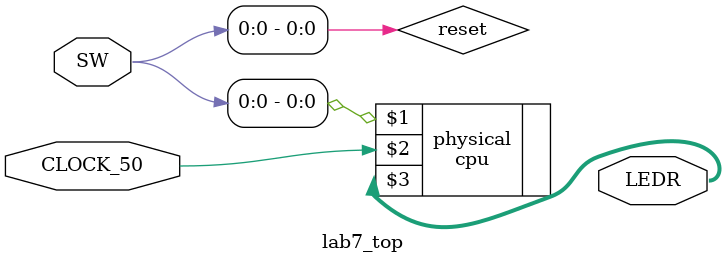
<source format=v>





module lab7_top(SW, LEDR, CLOCK_50);

  input [9:0] SW;
  input CLOCK_50;
  //input [3:0] KEY;
  output [9:0] LEDR; 

  wire reset = SW[0];
  //wire clk = CLOCK_50;
  //wire clk = ! KEY[0]; 

  cpu physical( reset, CLOCK_50, LEDR );


endmodule
     




</source>
